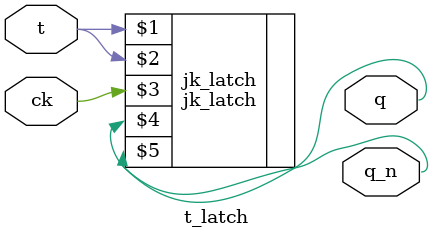
<source format=v>
module t_latch
(
	input t,
	input ck,
   output q,
   output q_n
);

jk_latch jk_latch(t, t, ck, q, q_n);

endmodule

</source>
